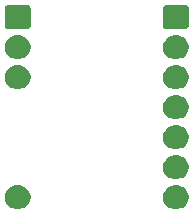
<source format=gbr>
%TF.GenerationSoftware,KiCad,Pcbnew,8.0.4*%
%TF.CreationDate,2024-09-08T19:35:36-03:00*%
%TF.ProjectId,PCBWay-Module_TA6586,50434257-6179-42d4-9d6f-64756c655f54,rev?*%
%TF.SameCoordinates,Original*%
%TF.FileFunction,Soldermask,Bot*%
%TF.FilePolarity,Negative*%
%FSLAX46Y46*%
G04 Gerber Fmt 4.6, Leading zero omitted, Abs format (unit mm)*
G04 Created by KiCad (PCBNEW 8.0.4) date 2024-09-08 19:35:36*
%MOMM*%
%LPD*%
G01*
G04 APERTURE LIST*
G04 APERTURE END LIST*
G36*
X140198017Y-83744815D02*
G01*
X140390285Y-83783060D01*
X140571397Y-83858079D01*
X140734393Y-83966990D01*
X140873010Y-84105607D01*
X140981921Y-84268603D01*
X141056940Y-84449715D01*
X141095185Y-84641983D01*
X141095185Y-84838017D01*
X141056940Y-85030285D01*
X140981921Y-85211397D01*
X140873010Y-85374393D01*
X140734393Y-85513010D01*
X140571397Y-85621921D01*
X140390285Y-85696940D01*
X140198017Y-85735185D01*
X140100000Y-85740000D01*
X140098749Y-85740000D01*
X139901251Y-85740000D01*
X139900000Y-85740000D01*
X139801983Y-85735185D01*
X139609715Y-85696940D01*
X139428603Y-85621921D01*
X139265607Y-85513010D01*
X139126990Y-85374393D01*
X139018079Y-85211397D01*
X138943060Y-85030285D01*
X138904815Y-84838017D01*
X138904815Y-84641983D01*
X138943060Y-84449715D01*
X139018079Y-84268603D01*
X139126990Y-84105607D01*
X139265607Y-83966990D01*
X139428603Y-83858079D01*
X139609715Y-83783060D01*
X139801983Y-83744815D01*
X139900000Y-83740000D01*
X140100000Y-83740000D01*
X140198017Y-83744815D01*
G37*
G36*
X153598017Y-83744815D02*
G01*
X153790285Y-83783060D01*
X153971397Y-83858079D01*
X154134393Y-83966990D01*
X154273010Y-84105607D01*
X154381921Y-84268603D01*
X154456940Y-84449715D01*
X154495185Y-84641983D01*
X154495185Y-84838017D01*
X154456940Y-85030285D01*
X154381921Y-85211397D01*
X154273010Y-85374393D01*
X154134393Y-85513010D01*
X153971397Y-85621921D01*
X153790285Y-85696940D01*
X153598017Y-85735185D01*
X153500000Y-85740000D01*
X153498749Y-85740000D01*
X153301251Y-85740000D01*
X153300000Y-85740000D01*
X153201983Y-85735185D01*
X153009715Y-85696940D01*
X152828603Y-85621921D01*
X152665607Y-85513010D01*
X152526990Y-85374393D01*
X152418079Y-85211397D01*
X152343060Y-85030285D01*
X152304815Y-84838017D01*
X152304815Y-84641983D01*
X152343060Y-84449715D01*
X152418079Y-84268603D01*
X152526990Y-84105607D01*
X152665607Y-83966990D01*
X152828603Y-83858079D01*
X153009715Y-83783060D01*
X153201983Y-83744815D01*
X153300000Y-83740000D01*
X153500000Y-83740000D01*
X153598017Y-83744815D01*
G37*
G36*
X153598017Y-81204815D02*
G01*
X153790285Y-81243060D01*
X153971397Y-81318079D01*
X154134393Y-81426990D01*
X154273010Y-81565607D01*
X154381921Y-81728603D01*
X154456940Y-81909715D01*
X154495185Y-82101983D01*
X154495185Y-82298017D01*
X154456940Y-82490285D01*
X154381921Y-82671397D01*
X154273010Y-82834393D01*
X154134393Y-82973010D01*
X153971397Y-83081921D01*
X153790285Y-83156940D01*
X153598017Y-83195185D01*
X153500000Y-83200000D01*
X153498749Y-83200000D01*
X153301251Y-83200000D01*
X153300000Y-83200000D01*
X153201983Y-83195185D01*
X153009715Y-83156940D01*
X152828603Y-83081921D01*
X152665607Y-82973010D01*
X152526990Y-82834393D01*
X152418079Y-82671397D01*
X152343060Y-82490285D01*
X152304815Y-82298017D01*
X152304815Y-82101983D01*
X152343060Y-81909715D01*
X152418079Y-81728603D01*
X152526990Y-81565607D01*
X152665607Y-81426990D01*
X152828603Y-81318079D01*
X153009715Y-81243060D01*
X153201983Y-81204815D01*
X153300000Y-81200000D01*
X153500000Y-81200000D01*
X153598017Y-81204815D01*
G37*
G36*
X153598017Y-78664815D02*
G01*
X153790285Y-78703060D01*
X153971397Y-78778079D01*
X154134393Y-78886990D01*
X154273010Y-79025607D01*
X154381921Y-79188603D01*
X154456940Y-79369715D01*
X154495185Y-79561983D01*
X154495185Y-79758017D01*
X154456940Y-79950285D01*
X154381921Y-80131397D01*
X154273010Y-80294393D01*
X154134393Y-80433010D01*
X153971397Y-80541921D01*
X153790285Y-80616940D01*
X153598017Y-80655185D01*
X153500000Y-80660000D01*
X153498749Y-80660000D01*
X153301251Y-80660000D01*
X153300000Y-80660000D01*
X153201983Y-80655185D01*
X153009715Y-80616940D01*
X152828603Y-80541921D01*
X152665607Y-80433010D01*
X152526990Y-80294393D01*
X152418079Y-80131397D01*
X152343060Y-79950285D01*
X152304815Y-79758017D01*
X152304815Y-79561983D01*
X152343060Y-79369715D01*
X152418079Y-79188603D01*
X152526990Y-79025607D01*
X152665607Y-78886990D01*
X152828603Y-78778079D01*
X153009715Y-78703060D01*
X153201983Y-78664815D01*
X153300000Y-78660000D01*
X153500000Y-78660000D01*
X153598017Y-78664815D01*
G37*
G36*
X153598017Y-76124815D02*
G01*
X153790285Y-76163060D01*
X153971397Y-76238079D01*
X154134393Y-76346990D01*
X154273010Y-76485607D01*
X154381921Y-76648603D01*
X154456940Y-76829715D01*
X154495185Y-77021983D01*
X154495185Y-77218017D01*
X154456940Y-77410285D01*
X154381921Y-77591397D01*
X154273010Y-77754393D01*
X154134393Y-77893010D01*
X153971397Y-78001921D01*
X153790285Y-78076940D01*
X153598017Y-78115185D01*
X153500000Y-78120000D01*
X153498749Y-78120000D01*
X153301251Y-78120000D01*
X153300000Y-78120000D01*
X153201983Y-78115185D01*
X153009715Y-78076940D01*
X152828603Y-78001921D01*
X152665607Y-77893010D01*
X152526990Y-77754393D01*
X152418079Y-77591397D01*
X152343060Y-77410285D01*
X152304815Y-77218017D01*
X152304815Y-77021983D01*
X152343060Y-76829715D01*
X152418079Y-76648603D01*
X152526990Y-76485607D01*
X152665607Y-76346990D01*
X152828603Y-76238079D01*
X153009715Y-76163060D01*
X153201983Y-76124815D01*
X153300000Y-76120000D01*
X153500000Y-76120000D01*
X153598017Y-76124815D01*
G37*
G36*
X140198017Y-73584815D02*
G01*
X140390285Y-73623060D01*
X140571397Y-73698079D01*
X140734393Y-73806990D01*
X140873010Y-73945607D01*
X140981921Y-74108603D01*
X141056940Y-74289715D01*
X141095185Y-74481983D01*
X141095185Y-74678017D01*
X141056940Y-74870285D01*
X140981921Y-75051397D01*
X140873010Y-75214393D01*
X140734393Y-75353010D01*
X140571397Y-75461921D01*
X140390285Y-75536940D01*
X140198017Y-75575185D01*
X140100000Y-75580000D01*
X140098749Y-75580000D01*
X139901251Y-75580000D01*
X139900000Y-75580000D01*
X139801983Y-75575185D01*
X139609715Y-75536940D01*
X139428603Y-75461921D01*
X139265607Y-75353010D01*
X139126990Y-75214393D01*
X139018079Y-75051397D01*
X138943060Y-74870285D01*
X138904815Y-74678017D01*
X138904815Y-74481983D01*
X138943060Y-74289715D01*
X139018079Y-74108603D01*
X139126990Y-73945607D01*
X139265607Y-73806990D01*
X139428603Y-73698079D01*
X139609715Y-73623060D01*
X139801983Y-73584815D01*
X139900000Y-73580000D01*
X140100000Y-73580000D01*
X140198017Y-73584815D01*
G37*
G36*
X153598017Y-73584815D02*
G01*
X153790285Y-73623060D01*
X153971397Y-73698079D01*
X154134393Y-73806990D01*
X154273010Y-73945607D01*
X154381921Y-74108603D01*
X154456940Y-74289715D01*
X154495185Y-74481983D01*
X154495185Y-74678017D01*
X154456940Y-74870285D01*
X154381921Y-75051397D01*
X154273010Y-75214393D01*
X154134393Y-75353010D01*
X153971397Y-75461921D01*
X153790285Y-75536940D01*
X153598017Y-75575185D01*
X153500000Y-75580000D01*
X153498749Y-75580000D01*
X153301251Y-75580000D01*
X153300000Y-75580000D01*
X153201983Y-75575185D01*
X153009715Y-75536940D01*
X152828603Y-75461921D01*
X152665607Y-75353010D01*
X152526990Y-75214393D01*
X152418079Y-75051397D01*
X152343060Y-74870285D01*
X152304815Y-74678017D01*
X152304815Y-74481983D01*
X152343060Y-74289715D01*
X152418079Y-74108603D01*
X152526990Y-73945607D01*
X152665607Y-73806990D01*
X152828603Y-73698079D01*
X153009715Y-73623060D01*
X153201983Y-73584815D01*
X153300000Y-73580000D01*
X153500000Y-73580000D01*
X153598017Y-73584815D01*
G37*
G36*
X140198017Y-71044815D02*
G01*
X140390285Y-71083060D01*
X140571397Y-71158079D01*
X140734393Y-71266990D01*
X140873010Y-71405607D01*
X140981921Y-71568603D01*
X141056940Y-71749715D01*
X141095185Y-71941983D01*
X141095185Y-72138017D01*
X141056940Y-72330285D01*
X140981921Y-72511397D01*
X140873010Y-72674393D01*
X140734393Y-72813010D01*
X140571397Y-72921921D01*
X140390285Y-72996940D01*
X140198017Y-73035185D01*
X140100000Y-73040000D01*
X140098749Y-73040000D01*
X139901251Y-73040000D01*
X139900000Y-73040000D01*
X139801983Y-73035185D01*
X139609715Y-72996940D01*
X139428603Y-72921921D01*
X139265607Y-72813010D01*
X139126990Y-72674393D01*
X139018079Y-72511397D01*
X138943060Y-72330285D01*
X138904815Y-72138017D01*
X138904815Y-71941983D01*
X138943060Y-71749715D01*
X139018079Y-71568603D01*
X139126990Y-71405607D01*
X139265607Y-71266990D01*
X139428603Y-71158079D01*
X139609715Y-71083060D01*
X139801983Y-71044815D01*
X139900000Y-71040000D01*
X140100000Y-71040000D01*
X140198017Y-71044815D01*
G37*
G36*
X153598017Y-71044815D02*
G01*
X153790285Y-71083060D01*
X153971397Y-71158079D01*
X154134393Y-71266990D01*
X154273010Y-71405607D01*
X154381921Y-71568603D01*
X154456940Y-71749715D01*
X154495185Y-71941983D01*
X154495185Y-72138017D01*
X154456940Y-72330285D01*
X154381921Y-72511397D01*
X154273010Y-72674393D01*
X154134393Y-72813010D01*
X153971397Y-72921921D01*
X153790285Y-72996940D01*
X153598017Y-73035185D01*
X153500000Y-73040000D01*
X153498749Y-73040000D01*
X153301251Y-73040000D01*
X153300000Y-73040000D01*
X153201983Y-73035185D01*
X153009715Y-72996940D01*
X152828603Y-72921921D01*
X152665607Y-72813010D01*
X152526990Y-72674393D01*
X152418079Y-72511397D01*
X152343060Y-72330285D01*
X152304815Y-72138017D01*
X152304815Y-71941983D01*
X152343060Y-71749715D01*
X152418079Y-71568603D01*
X152526990Y-71405607D01*
X152665607Y-71266990D01*
X152828603Y-71158079D01*
X153009715Y-71083060D01*
X153201983Y-71044815D01*
X153300000Y-71040000D01*
X153500000Y-71040000D01*
X153598017Y-71044815D01*
G37*
G36*
X140854116Y-68500818D02*
G01*
X140905379Y-68506766D01*
X140922892Y-68514499D01*
X140945671Y-68519030D01*
X140970057Y-68535324D01*
X140990788Y-68544478D01*
X141004946Y-68558636D01*
X141026777Y-68573223D01*
X141041363Y-68595053D01*
X141055521Y-68609211D01*
X141064673Y-68629939D01*
X141080970Y-68654329D01*
X141085501Y-68677109D01*
X141093233Y-68694620D01*
X141099178Y-68745872D01*
X141100000Y-68750000D01*
X141100000Y-70250000D01*
X141099178Y-70254128D01*
X141093233Y-70305379D01*
X141085501Y-70322888D01*
X141080970Y-70345671D01*
X141064672Y-70370062D01*
X141055521Y-70390788D01*
X141041365Y-70404943D01*
X141026777Y-70426777D01*
X141004943Y-70441365D01*
X140990788Y-70455521D01*
X140970062Y-70464672D01*
X140945671Y-70480970D01*
X140922888Y-70485501D01*
X140905379Y-70493233D01*
X140854129Y-70499178D01*
X140850000Y-70500000D01*
X139150000Y-70500000D01*
X139145873Y-70499179D01*
X139094620Y-70493233D01*
X139077109Y-70485501D01*
X139054329Y-70480970D01*
X139029939Y-70464673D01*
X139009211Y-70455521D01*
X138995053Y-70441363D01*
X138973223Y-70426777D01*
X138958636Y-70404946D01*
X138944478Y-70390788D01*
X138935324Y-70370057D01*
X138919030Y-70345671D01*
X138914499Y-70322892D01*
X138906766Y-70305379D01*
X138900818Y-70254117D01*
X138900000Y-70250000D01*
X138900000Y-68750000D01*
X138900818Y-68745885D01*
X138906766Y-68694620D01*
X138914499Y-68677105D01*
X138919030Y-68654329D01*
X138935323Y-68629944D01*
X138944478Y-68609211D01*
X138958638Y-68595050D01*
X138973223Y-68573223D01*
X138995050Y-68558638D01*
X139009211Y-68544478D01*
X139029944Y-68535323D01*
X139054329Y-68519030D01*
X139077105Y-68514499D01*
X139094620Y-68506766D01*
X139145884Y-68500818D01*
X139150000Y-68500000D01*
X140850000Y-68500000D01*
X140854116Y-68500818D01*
G37*
G36*
X154254116Y-68500818D02*
G01*
X154305379Y-68506766D01*
X154322892Y-68514499D01*
X154345671Y-68519030D01*
X154370057Y-68535324D01*
X154390788Y-68544478D01*
X154404946Y-68558636D01*
X154426777Y-68573223D01*
X154441363Y-68595053D01*
X154455521Y-68609211D01*
X154464673Y-68629939D01*
X154480970Y-68654329D01*
X154485501Y-68677109D01*
X154493233Y-68694620D01*
X154499178Y-68745872D01*
X154500000Y-68750000D01*
X154500000Y-70250000D01*
X154499178Y-70254128D01*
X154493233Y-70305379D01*
X154485501Y-70322888D01*
X154480970Y-70345671D01*
X154464672Y-70370062D01*
X154455521Y-70390788D01*
X154441365Y-70404943D01*
X154426777Y-70426777D01*
X154404943Y-70441365D01*
X154390788Y-70455521D01*
X154370062Y-70464672D01*
X154345671Y-70480970D01*
X154322888Y-70485501D01*
X154305379Y-70493233D01*
X154254129Y-70499178D01*
X154250000Y-70500000D01*
X152550000Y-70500000D01*
X152545873Y-70499179D01*
X152494620Y-70493233D01*
X152477109Y-70485501D01*
X152454329Y-70480970D01*
X152429939Y-70464673D01*
X152409211Y-70455521D01*
X152395053Y-70441363D01*
X152373223Y-70426777D01*
X152358636Y-70404946D01*
X152344478Y-70390788D01*
X152335324Y-70370057D01*
X152319030Y-70345671D01*
X152314499Y-70322892D01*
X152306766Y-70305379D01*
X152300818Y-70254117D01*
X152300000Y-70250000D01*
X152300000Y-68750000D01*
X152300818Y-68745885D01*
X152306766Y-68694620D01*
X152314499Y-68677105D01*
X152319030Y-68654329D01*
X152335323Y-68629944D01*
X152344478Y-68609211D01*
X152358638Y-68595050D01*
X152373223Y-68573223D01*
X152395050Y-68558638D01*
X152409211Y-68544478D01*
X152429944Y-68535323D01*
X152454329Y-68519030D01*
X152477105Y-68514499D01*
X152494620Y-68506766D01*
X152545884Y-68500818D01*
X152550000Y-68500000D01*
X154250000Y-68500000D01*
X154254116Y-68500818D01*
G37*
M02*

</source>
